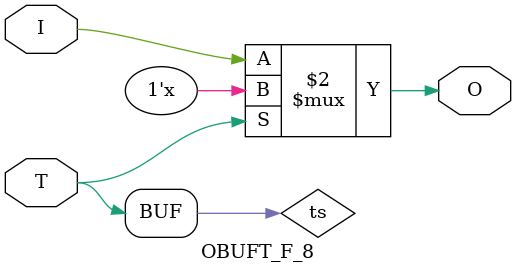
<source format=v>

/*

FUNCTION    : TRI-STATE OUTPUT BUFFER

*/

`celldefine
`timescale  100 ps / 10 ps

module OBUFT_F_8 (O, I, T);

    output O;

    input  I, T;

    or O1 (ts, 1'b0, T);
    bufif0 T1 (O, I, ts);

endmodule

</source>
